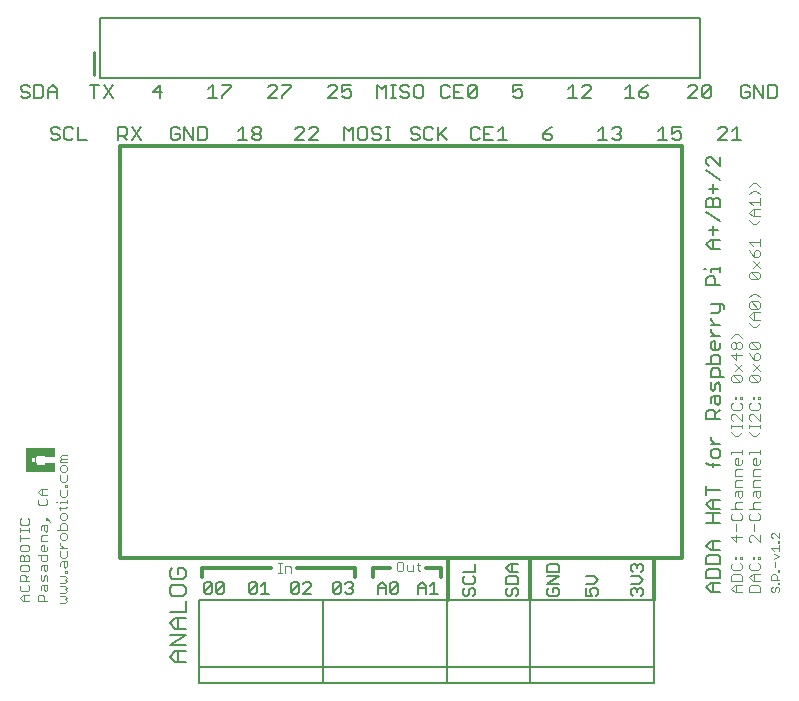
<source format=gto>
G75*
%MOIN*%
%OFA0B0*%
%FSLAX24Y24*%
%IPPOS*%
%LPD*%
%AMOC8*
5,1,8,0,0,1.08239X$1,22.5*
%
%ADD10C,0.0050*%
%ADD11C,0.0030*%
%ADD12C,0.0120*%
%ADD13C,0.0040*%
%ADD14C,0.0060*%
%ADD15C,0.0100*%
%ADD16C,0.0080*%
%ADD17C,0.0010*%
D10*
X006400Y003183D02*
X006667Y003450D01*
X006667Y003183D01*
X006600Y003116D01*
X006467Y003116D01*
X006400Y003183D01*
X006400Y003450D01*
X006467Y003517D01*
X006600Y003517D01*
X006667Y003450D01*
X006814Y003450D02*
X006881Y003517D01*
X007015Y003517D01*
X007081Y003450D01*
X006814Y003183D01*
X006881Y003116D01*
X007015Y003116D01*
X007081Y003183D01*
X007081Y003450D01*
X006814Y003450D02*
X006814Y003183D01*
X007900Y003183D02*
X008167Y003450D01*
X008167Y003183D01*
X008100Y003116D01*
X007967Y003116D01*
X007900Y003183D01*
X007900Y003450D01*
X007967Y003517D01*
X008100Y003517D01*
X008167Y003450D01*
X008314Y003383D02*
X008448Y003517D01*
X008448Y003116D01*
X008581Y003116D02*
X008314Y003116D01*
X009300Y003183D02*
X009567Y003450D01*
X009567Y003183D01*
X009500Y003116D01*
X009367Y003116D01*
X009300Y003183D01*
X009300Y003450D01*
X009367Y003517D01*
X009500Y003517D01*
X009567Y003450D01*
X009714Y003450D02*
X009781Y003517D01*
X009915Y003517D01*
X009981Y003450D01*
X009981Y003383D01*
X009714Y003116D01*
X009981Y003116D01*
X010700Y003183D02*
X010967Y003450D01*
X010967Y003183D01*
X010900Y003116D01*
X010767Y003116D01*
X010700Y003183D01*
X010700Y003450D01*
X010767Y003517D01*
X010900Y003517D01*
X010967Y003450D01*
X011114Y003450D02*
X011181Y003517D01*
X011315Y003517D01*
X011381Y003450D01*
X011381Y003383D01*
X011315Y003316D01*
X011381Y003250D01*
X011381Y003183D01*
X011315Y003116D01*
X011181Y003116D01*
X011114Y003183D01*
X011248Y003316D02*
X011315Y003316D01*
X012200Y003316D02*
X012467Y003316D01*
X012467Y003383D02*
X012467Y003116D01*
X012614Y003183D02*
X012881Y003450D01*
X012881Y003183D01*
X012815Y003116D01*
X012681Y003116D01*
X012614Y003183D01*
X012614Y003450D01*
X012681Y003517D01*
X012815Y003517D01*
X012881Y003450D01*
X012467Y003383D02*
X012333Y003517D01*
X012200Y003383D01*
X012200Y003116D01*
X013550Y003116D02*
X013550Y003383D01*
X013683Y003517D01*
X013817Y003383D01*
X013817Y003116D01*
X013964Y003116D02*
X014231Y003116D01*
X014098Y003116D02*
X014098Y003517D01*
X013964Y003383D01*
X013817Y003316D02*
X013550Y003316D01*
X015035Y003227D02*
X015035Y003094D01*
X015101Y003027D01*
X015168Y003027D01*
X015235Y003094D01*
X015235Y003227D01*
X015302Y003294D01*
X015368Y003294D01*
X015435Y003227D01*
X015435Y003094D01*
X015368Y003027D01*
X015101Y003294D02*
X015035Y003227D01*
X015101Y003441D02*
X015035Y003508D01*
X015035Y003641D01*
X015101Y003708D01*
X015035Y003856D02*
X015435Y003856D01*
X015435Y004122D01*
X015368Y003708D02*
X015435Y003641D01*
X015435Y003508D01*
X015368Y003441D01*
X015101Y003441D01*
X016485Y003441D02*
X016485Y003641D01*
X016551Y003708D01*
X016818Y003708D01*
X016885Y003641D01*
X016885Y003441D01*
X016485Y003441D01*
X016551Y003294D02*
X016485Y003227D01*
X016485Y003094D01*
X016551Y003027D01*
X016618Y003027D01*
X016685Y003094D01*
X016685Y003227D01*
X016752Y003294D01*
X016818Y003294D01*
X016885Y003227D01*
X016885Y003094D01*
X016818Y003027D01*
X016885Y003856D02*
X016618Y003856D01*
X016485Y003989D01*
X016618Y004122D01*
X016885Y004122D01*
X016685Y004122D02*
X016685Y003856D01*
X017835Y003856D02*
X017835Y004056D01*
X017901Y004122D01*
X018168Y004122D01*
X018235Y004056D01*
X018235Y003856D01*
X017835Y003856D01*
X017835Y003708D02*
X018235Y003708D01*
X017835Y003441D01*
X018235Y003441D01*
X018168Y003294D02*
X018035Y003294D01*
X018035Y003160D01*
X018168Y003027D02*
X018235Y003094D01*
X018235Y003227D01*
X018168Y003294D01*
X017901Y003294D02*
X017835Y003227D01*
X017835Y003094D01*
X017901Y003027D01*
X018168Y003027D01*
X019160Y003027D02*
X019360Y003027D01*
X019293Y003160D01*
X019293Y003227D01*
X019360Y003294D01*
X019493Y003294D01*
X019560Y003227D01*
X019560Y003094D01*
X019493Y003027D01*
X019160Y003027D02*
X019160Y003294D01*
X019160Y003441D02*
X019427Y003441D01*
X019560Y003575D01*
X019427Y003708D01*
X019160Y003708D01*
X020635Y003708D02*
X020902Y003708D01*
X021035Y003575D01*
X020902Y003441D01*
X020635Y003441D01*
X020701Y003294D02*
X020768Y003294D01*
X020835Y003227D01*
X020902Y003294D01*
X020968Y003294D01*
X021035Y003227D01*
X021035Y003094D01*
X020968Y003027D01*
X020835Y003160D02*
X020835Y003227D01*
X020701Y003294D02*
X020635Y003227D01*
X020635Y003094D01*
X020701Y003027D01*
X020701Y003856D02*
X020635Y003922D01*
X020635Y004056D01*
X020701Y004122D01*
X020768Y004122D01*
X020835Y004056D01*
X020902Y004122D01*
X020968Y004122D01*
X021035Y004056D01*
X021035Y003922D01*
X020968Y003856D01*
X020835Y003989D02*
X020835Y004056D01*
X023163Y004112D02*
X023163Y004337D01*
X023238Y004412D01*
X023538Y004412D01*
X023613Y004337D01*
X023613Y004112D01*
X023163Y004112D01*
X023238Y003952D02*
X023163Y003877D01*
X023163Y003652D01*
X023613Y003652D01*
X023613Y003877D01*
X023538Y003952D01*
X023238Y003952D01*
X023313Y003492D02*
X023613Y003492D01*
X023388Y003492D02*
X023388Y003191D01*
X023313Y003191D02*
X023613Y003191D01*
X023313Y003191D02*
X023163Y003342D01*
X023313Y003492D01*
X023313Y004573D02*
X023163Y004723D01*
X023313Y004873D01*
X023613Y004873D01*
X023388Y004873D02*
X023388Y004573D01*
X023313Y004573D02*
X023613Y004573D01*
X023613Y005493D02*
X023163Y005493D01*
X023388Y005493D02*
X023388Y005794D01*
X023388Y005954D02*
X023388Y006254D01*
X023313Y006254D02*
X023613Y006254D01*
X023313Y006254D02*
X023163Y006104D01*
X023313Y005954D01*
X023613Y005954D01*
X023613Y005794D02*
X023163Y005794D01*
X023163Y006414D02*
X023163Y006714D01*
X023163Y006564D02*
X023613Y006564D01*
X023388Y007335D02*
X023388Y007485D01*
X023388Y007642D02*
X023313Y007717D01*
X023313Y007867D01*
X023388Y007942D01*
X023538Y007942D01*
X023613Y007867D01*
X023613Y007717D01*
X023538Y007642D01*
X023388Y007642D01*
X023163Y007485D02*
X023238Y007410D01*
X023613Y007410D01*
X023613Y008102D02*
X023313Y008102D01*
X023463Y008102D02*
X023313Y008252D01*
X023313Y008327D01*
X023163Y008946D02*
X023163Y009171D01*
X023238Y009247D01*
X023388Y009247D01*
X023463Y009171D01*
X023463Y008946D01*
X023613Y008946D02*
X023163Y008946D01*
X023463Y009096D02*
X023613Y009247D01*
X023538Y009407D02*
X023463Y009482D01*
X023463Y009707D01*
X023388Y009707D02*
X023613Y009707D01*
X023613Y009482D01*
X023538Y009407D01*
X023313Y009482D02*
X023313Y009632D01*
X023388Y009707D01*
X023388Y009867D02*
X023313Y009942D01*
X023313Y010167D01*
X023313Y010327D02*
X023313Y010553D01*
X023388Y010628D01*
X023538Y010628D01*
X023613Y010553D01*
X023613Y010327D01*
X023763Y010327D02*
X023313Y010327D01*
X023538Y010167D02*
X023463Y010092D01*
X023463Y009942D01*
X023388Y009867D01*
X023613Y009867D02*
X023613Y010092D01*
X023538Y010167D01*
X023613Y010788D02*
X023163Y010788D01*
X023313Y010788D02*
X023313Y011013D01*
X023388Y011088D01*
X023538Y011088D01*
X023613Y011013D01*
X023613Y010788D01*
X023538Y011248D02*
X023388Y011248D01*
X023313Y011323D01*
X023313Y011473D01*
X023388Y011549D01*
X023463Y011549D01*
X023463Y011248D01*
X023538Y011248D02*
X023613Y011323D01*
X023613Y011473D01*
X023613Y011709D02*
X023313Y011709D01*
X023313Y011859D02*
X023313Y011934D01*
X023313Y011859D02*
X023463Y011709D01*
X023463Y012092D02*
X023313Y012242D01*
X023313Y012318D01*
X023313Y012476D02*
X023538Y012476D01*
X023613Y012551D01*
X023613Y012776D01*
X023688Y012776D02*
X023313Y012776D01*
X023688Y012776D02*
X023763Y012701D01*
X023763Y012626D01*
X023613Y012092D02*
X023313Y012092D01*
X023163Y013397D02*
X023163Y013622D01*
X023238Y013697D01*
X023388Y013697D01*
X023463Y013622D01*
X023463Y013397D01*
X023613Y013397D02*
X023163Y013397D01*
X023313Y013857D02*
X023313Y013932D01*
X023613Y013932D01*
X023613Y013857D02*
X023613Y014007D01*
X023163Y013932D02*
X023088Y013932D01*
X023313Y014624D02*
X023163Y014775D01*
X023313Y014925D01*
X023613Y014925D01*
X023388Y014925D02*
X023388Y014624D01*
X023313Y014624D02*
X023613Y014624D01*
X023388Y015085D02*
X023388Y015385D01*
X023238Y015235D02*
X023538Y015235D01*
X023613Y015545D02*
X023163Y015846D01*
X023163Y016006D02*
X023163Y016231D01*
X023238Y016306D01*
X023313Y016306D01*
X023388Y016231D01*
X023388Y016006D01*
X023388Y016231D02*
X023463Y016306D01*
X023538Y016306D01*
X023613Y016231D01*
X023613Y016006D01*
X023163Y016006D01*
X023388Y016466D02*
X023388Y016766D01*
X023238Y016616D02*
X023538Y016616D01*
X023613Y016926D02*
X023163Y017227D01*
X023238Y017387D02*
X023163Y017462D01*
X023163Y017612D01*
X023238Y017687D01*
X023313Y017687D01*
X023613Y017387D01*
X023613Y017687D01*
X023564Y018227D02*
X023864Y018527D01*
X023864Y018602D01*
X023789Y018677D01*
X023639Y018677D01*
X023564Y018602D01*
X023564Y018227D02*
X023864Y018227D01*
X024025Y018227D02*
X024325Y018227D01*
X024175Y018227D02*
X024175Y018677D01*
X024025Y018527D01*
X024379Y019627D02*
X024529Y019627D01*
X024604Y019702D01*
X024604Y019852D01*
X024454Y019852D01*
X024604Y020002D02*
X024529Y020077D01*
X024379Y020077D01*
X024304Y020002D01*
X024304Y019702D01*
X024379Y019627D01*
X024764Y019627D02*
X024764Y020077D01*
X025064Y019627D01*
X025064Y020077D01*
X025225Y020077D02*
X025450Y020077D01*
X025525Y020002D01*
X025525Y019702D01*
X025450Y019627D01*
X025225Y019627D01*
X025225Y020077D01*
X023325Y020002D02*
X023325Y019702D01*
X023250Y019627D01*
X023100Y019627D01*
X023025Y019702D01*
X023325Y020002D01*
X023250Y020077D01*
X023100Y020077D01*
X023025Y020002D01*
X023025Y019702D01*
X022864Y019627D02*
X022564Y019627D01*
X022864Y019927D01*
X022864Y020002D01*
X022789Y020077D01*
X022639Y020077D01*
X022564Y020002D01*
X021225Y020077D02*
X021075Y020002D01*
X020925Y019852D01*
X021150Y019852D01*
X021225Y019777D01*
X021225Y019702D01*
X021150Y019627D01*
X021000Y019627D01*
X020925Y019702D01*
X020925Y019852D01*
X020764Y019627D02*
X020464Y019627D01*
X020614Y019627D02*
X020614Y020077D01*
X020464Y019927D01*
X019325Y019927D02*
X019325Y020002D01*
X019250Y020077D01*
X019100Y020077D01*
X019025Y020002D01*
X019325Y019927D02*
X019025Y019627D01*
X019325Y019627D01*
X018864Y019627D02*
X018564Y019627D01*
X018714Y019627D02*
X018714Y020077D01*
X018564Y019927D01*
X018025Y018677D02*
X017875Y018602D01*
X017725Y018452D01*
X017950Y018452D01*
X018025Y018377D01*
X018025Y018302D01*
X017950Y018227D01*
X017800Y018227D01*
X017725Y018302D01*
X017725Y018452D01*
X016525Y018227D02*
X016225Y018227D01*
X016375Y018227D02*
X016375Y018677D01*
X016225Y018527D01*
X016064Y018677D02*
X015764Y018677D01*
X015764Y018227D01*
X016064Y018227D01*
X015914Y018452D02*
X015764Y018452D01*
X015604Y018302D02*
X015529Y018227D01*
X015379Y018227D01*
X015304Y018302D01*
X015304Y018602D01*
X015379Y018677D01*
X015529Y018677D01*
X015604Y018602D01*
X015450Y019627D02*
X015300Y019627D01*
X015225Y019702D01*
X015525Y020002D01*
X015525Y019702D01*
X015450Y019627D01*
X015225Y019702D02*
X015225Y020002D01*
X015300Y020077D01*
X015450Y020077D01*
X015525Y020002D01*
X015064Y020077D02*
X014764Y020077D01*
X014764Y019627D01*
X015064Y019627D01*
X014914Y019852D02*
X014764Y019852D01*
X014604Y019702D02*
X014529Y019627D01*
X014379Y019627D01*
X014304Y019702D01*
X014304Y020002D01*
X014379Y020077D01*
X014529Y020077D01*
X014604Y020002D01*
X013725Y020002D02*
X013725Y019702D01*
X013650Y019627D01*
X013500Y019627D01*
X013425Y019702D01*
X013425Y020002D01*
X013500Y020077D01*
X013650Y020077D01*
X013725Y020002D01*
X013264Y020002D02*
X013189Y020077D01*
X013039Y020077D01*
X012964Y020002D01*
X012964Y019927D01*
X013039Y019852D01*
X013189Y019852D01*
X013264Y019777D01*
X013264Y019702D01*
X013189Y019627D01*
X013039Y019627D01*
X012964Y019702D01*
X012807Y019627D02*
X012657Y019627D01*
X012732Y019627D02*
X012732Y020077D01*
X012657Y020077D02*
X012807Y020077D01*
X012497Y020077D02*
X012497Y019627D01*
X012197Y019627D02*
X012197Y020077D01*
X012347Y019927D01*
X012497Y020077D01*
X011325Y020077D02*
X011025Y020077D01*
X011025Y019852D01*
X011175Y019927D01*
X011250Y019927D01*
X011325Y019852D01*
X011325Y019702D01*
X011250Y019627D01*
X011100Y019627D01*
X011025Y019702D01*
X010864Y019627D02*
X010564Y019627D01*
X010864Y019927D01*
X010864Y020002D01*
X010789Y020077D01*
X010639Y020077D01*
X010564Y020002D01*
X009325Y020002D02*
X009025Y019702D01*
X009025Y019627D01*
X008864Y019627D02*
X008564Y019627D01*
X008864Y019927D01*
X008864Y020002D01*
X008789Y020077D01*
X008639Y020077D01*
X008564Y020002D01*
X009025Y020077D02*
X009325Y020077D01*
X009325Y020002D01*
X009539Y018677D02*
X009464Y018602D01*
X009539Y018677D02*
X009689Y018677D01*
X009764Y018602D01*
X009764Y018527D01*
X009464Y018227D01*
X009764Y018227D01*
X009925Y018227D02*
X010225Y018527D01*
X010225Y018602D01*
X010150Y018677D01*
X010000Y018677D01*
X009925Y018602D01*
X009925Y018227D02*
X010225Y018227D01*
X011097Y018227D02*
X011097Y018677D01*
X011247Y018527D01*
X011397Y018677D01*
X011397Y018227D01*
X011557Y018302D02*
X011632Y018227D01*
X011782Y018227D01*
X011858Y018302D01*
X011858Y018602D01*
X011782Y018677D01*
X011632Y018677D01*
X011557Y018602D01*
X011557Y018302D01*
X012018Y018302D02*
X012093Y018227D01*
X012243Y018227D01*
X012318Y018302D01*
X012318Y018377D01*
X012243Y018452D01*
X012093Y018452D01*
X012018Y018527D01*
X012018Y018602D01*
X012093Y018677D01*
X012243Y018677D01*
X012318Y018602D01*
X012478Y018677D02*
X012628Y018677D01*
X012553Y018677D02*
X012553Y018227D01*
X012478Y018227D02*
X012628Y018227D01*
X013304Y018302D02*
X013379Y018227D01*
X013529Y018227D01*
X013604Y018302D01*
X013604Y018377D01*
X013529Y018452D01*
X013379Y018452D01*
X013304Y018527D01*
X013304Y018602D01*
X013379Y018677D01*
X013529Y018677D01*
X013604Y018602D01*
X013764Y018602D02*
X013764Y018302D01*
X013839Y018227D01*
X013989Y018227D01*
X014064Y018302D01*
X014225Y018377D02*
X014525Y018677D01*
X014225Y018677D02*
X014225Y018227D01*
X014300Y018452D02*
X014525Y018227D01*
X014064Y018602D02*
X013989Y018677D01*
X013839Y018677D01*
X013764Y018602D01*
X016725Y019702D02*
X016800Y019627D01*
X016950Y019627D01*
X017025Y019702D01*
X017025Y019852D01*
X016950Y019927D01*
X016875Y019927D01*
X016725Y019852D01*
X016725Y020077D01*
X017025Y020077D01*
X019564Y018527D02*
X019714Y018677D01*
X019714Y018227D01*
X019564Y018227D02*
X019864Y018227D01*
X020025Y018302D02*
X020100Y018227D01*
X020250Y018227D01*
X020325Y018302D01*
X020325Y018377D01*
X020250Y018452D01*
X020175Y018452D01*
X020250Y018452D02*
X020325Y018527D01*
X020325Y018602D01*
X020250Y018677D01*
X020100Y018677D01*
X020025Y018602D01*
X021564Y018527D02*
X021714Y018677D01*
X021714Y018227D01*
X021564Y018227D02*
X021864Y018227D01*
X022025Y018302D02*
X022100Y018227D01*
X022250Y018227D01*
X022325Y018302D01*
X022325Y018452D01*
X022250Y018527D01*
X022175Y018527D01*
X022025Y018452D01*
X022025Y018677D01*
X022325Y018677D01*
X008325Y018602D02*
X008325Y018527D01*
X008250Y018452D01*
X008100Y018452D01*
X008025Y018527D01*
X008025Y018602D01*
X008100Y018677D01*
X008250Y018677D01*
X008325Y018602D01*
X008250Y018452D02*
X008325Y018377D01*
X008325Y018302D01*
X008250Y018227D01*
X008100Y018227D01*
X008025Y018302D01*
X008025Y018377D01*
X008100Y018452D01*
X007864Y018227D02*
X007564Y018227D01*
X007714Y018227D02*
X007714Y018677D01*
X007564Y018527D01*
X006525Y018602D02*
X006525Y018302D01*
X006450Y018227D01*
X006225Y018227D01*
X006225Y018677D01*
X006450Y018677D01*
X006525Y018602D01*
X006064Y018677D02*
X006064Y018227D01*
X005764Y018677D01*
X005764Y018227D01*
X005604Y018302D02*
X005604Y018452D01*
X005454Y018452D01*
X005604Y018302D02*
X005529Y018227D01*
X005379Y018227D01*
X005304Y018302D01*
X005304Y018602D01*
X005379Y018677D01*
X005529Y018677D01*
X005604Y018602D01*
X004950Y019627D02*
X004950Y020077D01*
X004725Y019852D01*
X005025Y019852D01*
X004325Y018677D02*
X004025Y018227D01*
X003864Y018227D02*
X003714Y018377D01*
X003789Y018377D02*
X003564Y018377D01*
X003564Y018227D02*
X003564Y018677D01*
X003789Y018677D01*
X003864Y018602D01*
X003864Y018452D01*
X003789Y018377D01*
X004025Y018677D02*
X004325Y018227D01*
X003375Y019627D02*
X003075Y020077D01*
X002914Y020077D02*
X002614Y020077D01*
X002764Y020077D02*
X002764Y019627D01*
X003075Y019627D02*
X003375Y020077D01*
X002225Y018677D02*
X002225Y018227D01*
X002525Y018227D01*
X002064Y018302D02*
X001989Y018227D01*
X001839Y018227D01*
X001764Y018302D01*
X001764Y018602D01*
X001839Y018677D01*
X001989Y018677D01*
X002064Y018602D01*
X001604Y018602D02*
X001529Y018677D01*
X001379Y018677D01*
X001304Y018602D01*
X001304Y018527D01*
X001379Y018452D01*
X001529Y018452D01*
X001604Y018377D01*
X001604Y018302D01*
X001529Y018227D01*
X001379Y018227D01*
X001304Y018302D01*
X001225Y019627D02*
X001225Y019927D01*
X001375Y020077D01*
X001525Y019927D01*
X001525Y019627D01*
X001525Y019852D02*
X001225Y019852D01*
X001064Y019702D02*
X001064Y020002D01*
X000989Y020077D01*
X000764Y020077D01*
X000764Y019627D01*
X000989Y019627D01*
X001064Y019702D01*
X000604Y019702D02*
X000529Y019627D01*
X000379Y019627D01*
X000304Y019702D01*
X000379Y019852D02*
X000529Y019852D01*
X000604Y019777D01*
X000604Y019702D01*
X000379Y019852D02*
X000304Y019927D01*
X000304Y020002D01*
X000379Y020077D01*
X000529Y020077D01*
X000604Y020002D01*
X006564Y019927D02*
X006714Y020077D01*
X006714Y019627D01*
X006564Y019627D02*
X006864Y019627D01*
X007025Y019627D02*
X007025Y019702D01*
X007325Y020002D01*
X007325Y020077D01*
X007025Y020077D01*
D11*
X025325Y005097D02*
X025325Y005007D01*
X025370Y004962D01*
X025325Y005097D02*
X025370Y005142D01*
X025415Y005142D01*
X025595Y004962D01*
X025595Y005142D01*
X025595Y004869D02*
X025595Y004824D01*
X025550Y004824D01*
X025550Y004869D01*
X025595Y004869D01*
X025595Y004728D02*
X025595Y004548D01*
X025595Y004638D02*
X025325Y004638D01*
X025415Y004548D01*
X025415Y004452D02*
X025595Y004362D01*
X025415Y004272D01*
X025460Y004176D02*
X025460Y003996D01*
X025550Y003902D02*
X025595Y003902D01*
X025595Y003857D01*
X025550Y003857D01*
X025550Y003902D01*
X025460Y003761D02*
X025370Y003761D01*
X025325Y003716D01*
X025325Y003581D01*
X025595Y003581D01*
X025505Y003581D02*
X025505Y003716D01*
X025460Y003761D01*
X025550Y003488D02*
X025595Y003488D01*
X025595Y003443D01*
X025550Y003443D01*
X025550Y003488D01*
X025550Y003347D02*
X025595Y003302D01*
X025595Y003212D01*
X025550Y003167D01*
X025460Y003212D02*
X025460Y003302D01*
X025505Y003347D01*
X025550Y003347D01*
X025460Y003212D02*
X025415Y003167D01*
X025370Y003167D01*
X025325Y003212D01*
X025325Y003302D01*
X025370Y003347D01*
D12*
X022360Y004302D02*
X021410Y004302D01*
X021410Y002902D01*
X021410Y004302D02*
X014535Y004302D01*
X014535Y002902D01*
X014304Y003691D02*
X014304Y003991D01*
X013804Y003991D01*
X014535Y004302D02*
X003610Y004302D01*
X003610Y018052D01*
X022360Y018052D01*
X022360Y004302D01*
X017285Y004277D02*
X017285Y002902D01*
X012604Y003991D02*
X012054Y003991D01*
X012054Y003691D01*
X011454Y003691D02*
X011454Y003991D01*
X009504Y003991D01*
X008654Y003991D02*
X006354Y003991D01*
X006354Y003691D01*
D13*
X000376Y002872D02*
X000270Y002979D01*
X000376Y003085D01*
X000590Y003085D01*
X000537Y003203D02*
X000323Y003203D01*
X000270Y003257D01*
X000270Y003363D01*
X000323Y003417D01*
X000270Y003535D02*
X000270Y003695D01*
X000323Y003748D01*
X000430Y003748D01*
X000483Y003695D01*
X000483Y003535D01*
X000483Y003642D02*
X000590Y003748D01*
X000537Y003866D02*
X000590Y003920D01*
X000590Y004026D01*
X000537Y004080D01*
X000323Y004080D01*
X000270Y004026D01*
X000270Y003920D01*
X000323Y003866D01*
X000537Y003866D01*
X000590Y003535D02*
X000270Y003535D01*
X000537Y003417D02*
X000590Y003363D01*
X000590Y003257D01*
X000537Y003203D01*
X000430Y003085D02*
X000430Y002872D01*
X000376Y002872D02*
X000590Y002872D01*
X000870Y002872D02*
X000870Y003032D01*
X000923Y003085D01*
X001030Y003085D01*
X001083Y003032D01*
X001083Y002872D01*
X001190Y002872D02*
X000870Y002872D01*
X000976Y003257D02*
X000976Y003363D01*
X001030Y003417D01*
X001190Y003417D01*
X001190Y003257D01*
X001137Y003203D01*
X001083Y003257D01*
X001083Y003417D01*
X001030Y003535D02*
X000976Y003588D01*
X000976Y003748D01*
X001083Y003695D02*
X001083Y003588D01*
X001030Y003535D01*
X001190Y003535D02*
X001190Y003695D01*
X001137Y003748D01*
X001083Y003695D01*
X001137Y003866D02*
X001083Y003920D01*
X001083Y004080D01*
X001030Y004080D02*
X001190Y004080D01*
X001190Y003920D01*
X001137Y003866D01*
X000976Y003920D02*
X000976Y004026D01*
X001030Y004080D01*
X001030Y004198D02*
X000976Y004251D01*
X000976Y004411D01*
X000870Y004411D02*
X001190Y004411D01*
X001190Y004251D01*
X001137Y004198D01*
X001030Y004198D01*
X001030Y004529D02*
X000976Y004583D01*
X000976Y004689D01*
X001030Y004743D01*
X001083Y004743D01*
X001083Y004529D01*
X001030Y004529D02*
X001137Y004529D01*
X001190Y004583D01*
X001190Y004689D01*
X001190Y004861D02*
X000976Y004861D01*
X000976Y005021D01*
X001030Y005074D01*
X001190Y005074D01*
X001137Y005192D02*
X001083Y005246D01*
X001083Y005406D01*
X001030Y005406D02*
X001190Y005406D01*
X001190Y005246D01*
X001137Y005192D01*
X000976Y005246D02*
X000976Y005352D01*
X001030Y005406D01*
X001137Y005577D02*
X001190Y005577D01*
X001190Y005630D01*
X001137Y005630D01*
X001137Y005577D01*
X001190Y005630D02*
X001297Y005524D01*
X001626Y005413D02*
X001626Y005253D01*
X001520Y005253D02*
X001840Y005253D01*
X001840Y005413D01*
X001787Y005466D01*
X001680Y005466D01*
X001626Y005413D01*
X001680Y005584D02*
X001787Y005584D01*
X001840Y005638D01*
X001840Y005744D01*
X001787Y005798D01*
X001680Y005798D01*
X001626Y005744D01*
X001626Y005638D01*
X001680Y005584D01*
X001626Y005916D02*
X001626Y006022D01*
X001573Y005969D02*
X001787Y005969D01*
X001840Y006022D01*
X001840Y006137D02*
X001840Y006243D01*
X001840Y006190D02*
X001626Y006190D01*
X001626Y006137D01*
X001520Y006190D02*
X001466Y006190D01*
X001626Y006411D02*
X001680Y006358D01*
X001787Y006358D01*
X001840Y006411D01*
X001840Y006571D01*
X001840Y006689D02*
X001787Y006689D01*
X001787Y006742D01*
X001840Y006742D01*
X001840Y006689D01*
X001787Y006855D02*
X001840Y006908D01*
X001840Y007068D01*
X001787Y007186D02*
X001840Y007240D01*
X001840Y007346D01*
X001787Y007400D01*
X001680Y007400D01*
X001626Y007346D01*
X001626Y007240D01*
X001680Y007186D01*
X001787Y007186D01*
X001626Y007068D02*
X001626Y006908D01*
X001680Y006855D01*
X001787Y006855D01*
X001626Y006571D02*
X001626Y006411D01*
X001190Y006408D02*
X000976Y006408D01*
X000870Y006514D01*
X000976Y006621D01*
X001190Y006621D01*
X001030Y006621D02*
X001030Y006408D01*
X001137Y006290D02*
X001190Y006236D01*
X001190Y006130D01*
X001137Y006076D01*
X000923Y006076D01*
X000870Y006130D01*
X000870Y006236D01*
X000923Y006290D01*
X000537Y005627D02*
X000590Y005573D01*
X000590Y005467D01*
X000537Y005413D01*
X000323Y005413D01*
X000270Y005467D01*
X000270Y005573D01*
X000323Y005627D01*
X000270Y005299D02*
X000270Y005192D01*
X000270Y005246D02*
X000590Y005246D01*
X000590Y005299D02*
X000590Y005192D01*
X000590Y004967D02*
X000270Y004967D01*
X000270Y004861D02*
X000270Y005074D01*
X000323Y004743D02*
X000270Y004689D01*
X000270Y004583D01*
X000323Y004529D01*
X000537Y004529D01*
X000590Y004583D01*
X000590Y004689D01*
X000537Y004743D01*
X000323Y004743D01*
X000323Y004411D02*
X000376Y004411D01*
X000430Y004358D01*
X000430Y004198D01*
X000430Y004358D02*
X000483Y004411D01*
X000537Y004411D01*
X000590Y004358D01*
X000590Y004198D01*
X000270Y004198D01*
X000270Y004358D01*
X000323Y004411D01*
X001626Y004367D02*
X001680Y004313D01*
X001787Y004313D01*
X001840Y004367D01*
X001840Y004527D01*
X001840Y004645D02*
X001626Y004645D01*
X001626Y004752D02*
X001626Y004805D01*
X001626Y004752D02*
X001733Y004645D01*
X001626Y004527D02*
X001626Y004367D01*
X001680Y004196D02*
X001840Y004196D01*
X001840Y004035D01*
X001787Y003982D01*
X001733Y004035D01*
X001733Y004196D01*
X001680Y004196D02*
X001626Y004142D01*
X001626Y004035D01*
X001787Y003870D02*
X001840Y003870D01*
X001840Y003816D01*
X001787Y003816D01*
X001787Y003870D01*
X001787Y003698D02*
X001626Y003698D01*
X001787Y003698D02*
X001840Y003645D01*
X001787Y003592D01*
X001840Y003538D01*
X001787Y003485D01*
X001626Y003485D01*
X001626Y003367D02*
X001787Y003367D01*
X001840Y003313D01*
X001787Y003260D01*
X001840Y003207D01*
X001787Y003153D01*
X001626Y003153D01*
X001626Y003035D02*
X001787Y003035D01*
X001840Y002982D01*
X001787Y002929D01*
X001840Y002875D01*
X001787Y002822D01*
X001626Y002822D01*
X001680Y004921D02*
X001787Y004921D01*
X001840Y004975D01*
X001840Y005081D01*
X001787Y005135D01*
X001680Y005135D01*
X001626Y005081D01*
X001626Y004975D01*
X001680Y004921D01*
X001626Y007518D02*
X001626Y007571D01*
X001680Y007625D01*
X001626Y007678D01*
X001680Y007731D01*
X001840Y007731D01*
X001840Y007625D02*
X001680Y007625D01*
X001626Y007518D02*
X001840Y007518D01*
X008895Y004139D02*
X009001Y004139D01*
X008948Y004139D02*
X008948Y003819D01*
X008895Y003819D02*
X009001Y003819D01*
X009116Y003819D02*
X009116Y004032D01*
X009276Y004032D01*
X009329Y003979D01*
X009329Y003819D01*
X012845Y003922D02*
X012898Y003869D01*
X013005Y003869D01*
X013058Y003922D01*
X013058Y004136D01*
X013005Y004189D01*
X012898Y004189D01*
X012845Y004136D01*
X012845Y003922D01*
X013176Y003922D02*
X013229Y003869D01*
X013390Y003869D01*
X013390Y004082D01*
X013508Y004082D02*
X013614Y004082D01*
X013561Y004136D02*
X013561Y003922D01*
X013614Y003869D01*
X013176Y003922D02*
X013176Y004082D01*
X023980Y004089D02*
X023980Y003968D01*
X024040Y003908D01*
X024280Y003908D01*
X024340Y003968D01*
X024340Y004089D01*
X024280Y004149D01*
X024280Y004277D02*
X024340Y004277D01*
X024340Y004337D01*
X024280Y004337D01*
X024280Y004277D01*
X024160Y004277D02*
X024100Y004277D01*
X024100Y004337D01*
X024160Y004337D01*
X024160Y004277D01*
X024040Y004149D02*
X023980Y004089D01*
X024040Y003780D02*
X023980Y003720D01*
X023980Y003540D01*
X024340Y003540D01*
X024340Y003720D01*
X024280Y003780D01*
X024040Y003780D01*
X024100Y003412D02*
X024340Y003412D01*
X024160Y003412D02*
X024160Y003172D01*
X024100Y003172D02*
X024340Y003172D01*
X024580Y003172D02*
X024580Y003352D01*
X024640Y003412D01*
X024880Y003412D01*
X024940Y003352D01*
X024940Y003172D01*
X024580Y003172D01*
X024700Y003540D02*
X024580Y003660D01*
X024700Y003780D01*
X024940Y003780D01*
X024880Y003908D02*
X024940Y003968D01*
X024940Y004089D01*
X024880Y004149D01*
X024880Y004277D02*
X024940Y004277D01*
X024940Y004337D01*
X024880Y004337D01*
X024880Y004277D01*
X024760Y004277D02*
X024700Y004277D01*
X024700Y004337D01*
X024760Y004337D01*
X024760Y004277D01*
X024640Y004149D02*
X024580Y004089D01*
X024580Y003968D01*
X024640Y003908D01*
X024880Y003908D01*
X024760Y003780D02*
X024760Y003540D01*
X024700Y003540D02*
X024940Y003540D01*
X024100Y003412D02*
X023980Y003292D01*
X024100Y003172D01*
X024160Y004829D02*
X023980Y005009D01*
X024340Y005009D01*
X024160Y005069D02*
X024160Y004829D01*
X024160Y005198D02*
X024160Y005438D01*
X024040Y005566D02*
X024280Y005566D01*
X024340Y005626D01*
X024340Y005746D01*
X024280Y005806D01*
X024340Y005934D02*
X023980Y005934D01*
X024100Y005994D02*
X024100Y006114D01*
X024160Y006174D01*
X024340Y006174D01*
X024280Y006302D02*
X024220Y006363D01*
X024220Y006543D01*
X024160Y006543D02*
X024340Y006543D01*
X024340Y006363D01*
X024280Y006302D01*
X024100Y006363D02*
X024100Y006483D01*
X024160Y006543D01*
X024100Y006671D02*
X024100Y006851D01*
X024160Y006911D01*
X024340Y006911D01*
X024340Y007039D02*
X024100Y007039D01*
X024100Y007219D01*
X024160Y007279D01*
X024340Y007279D01*
X024280Y007407D02*
X024160Y007407D01*
X024100Y007467D01*
X024100Y007588D01*
X024160Y007648D01*
X024220Y007648D01*
X024220Y007407D01*
X024280Y007407D02*
X024340Y007467D01*
X024340Y007588D01*
X024340Y007776D02*
X024340Y007896D01*
X024340Y007836D02*
X023980Y007836D01*
X023980Y007776D01*
X024580Y007776D02*
X024580Y007836D01*
X024940Y007836D01*
X024940Y007776D02*
X024940Y007896D01*
X024820Y007648D02*
X024820Y007407D01*
X024880Y007407D02*
X024760Y007407D01*
X024700Y007467D01*
X024700Y007588D01*
X024760Y007648D01*
X024820Y007648D01*
X024940Y007588D02*
X024940Y007467D01*
X024880Y007407D01*
X024940Y007279D02*
X024760Y007279D01*
X024700Y007219D01*
X024700Y007039D01*
X024940Y007039D01*
X024940Y006911D02*
X024760Y006911D01*
X024700Y006851D01*
X024700Y006671D01*
X024940Y006671D01*
X024940Y006543D02*
X024760Y006543D01*
X024700Y006483D01*
X024700Y006363D01*
X024820Y006363D02*
X024820Y006543D01*
X024940Y006543D02*
X024940Y006363D01*
X024880Y006302D01*
X024820Y006363D01*
X024760Y006174D02*
X024940Y006174D01*
X024760Y006174D02*
X024700Y006114D01*
X024700Y005994D01*
X024760Y005934D01*
X024880Y005806D02*
X024940Y005746D01*
X024940Y005626D01*
X024880Y005566D01*
X024640Y005566D01*
X024580Y005626D01*
X024580Y005746D01*
X024640Y005806D01*
X024580Y005934D02*
X024940Y005934D01*
X024760Y005438D02*
X024760Y005198D01*
X024700Y005069D02*
X024640Y005069D01*
X024580Y005009D01*
X024580Y004889D01*
X024640Y004829D01*
X024700Y005069D02*
X024940Y004829D01*
X024940Y005069D01*
X024160Y005934D02*
X024100Y005994D01*
X024040Y005806D02*
X023980Y005746D01*
X023980Y005626D01*
X024040Y005566D01*
X024100Y006671D02*
X024340Y006671D01*
X024220Y008390D02*
X024100Y008390D01*
X023980Y008510D01*
X023980Y008635D02*
X023980Y008755D01*
X023980Y008695D02*
X024340Y008695D01*
X024340Y008635D02*
X024340Y008755D01*
X024340Y008881D02*
X024100Y009121D01*
X024040Y009121D01*
X023980Y009061D01*
X023980Y008941D01*
X024040Y008881D01*
X024340Y008881D02*
X024340Y009121D01*
X024280Y009249D02*
X024040Y009249D01*
X023980Y009309D01*
X023980Y009429D01*
X024040Y009489D01*
X024100Y009617D02*
X024160Y009617D01*
X024160Y009677D01*
X024100Y009677D01*
X024100Y009617D01*
X024280Y009617D02*
X024340Y009617D01*
X024340Y009677D01*
X024280Y009677D01*
X024280Y009617D01*
X024280Y009489D02*
X024340Y009429D01*
X024340Y009309D01*
X024280Y009249D01*
X024580Y009309D02*
X024580Y009429D01*
X024640Y009489D01*
X024700Y009617D02*
X024760Y009617D01*
X024760Y009677D01*
X024700Y009677D01*
X024700Y009617D01*
X024880Y009617D02*
X024940Y009617D01*
X024940Y009677D01*
X024880Y009677D01*
X024880Y009617D01*
X024880Y009489D02*
X024940Y009429D01*
X024940Y009309D01*
X024880Y009249D01*
X024640Y009249D01*
X024580Y009309D01*
X024640Y009121D02*
X024580Y009061D01*
X024580Y008941D01*
X024640Y008881D01*
X024580Y008755D02*
X024580Y008635D01*
X024580Y008695D02*
X024940Y008695D01*
X024940Y008635D02*
X024940Y008755D01*
X024940Y008881D02*
X024700Y009121D01*
X024640Y009121D01*
X024940Y009121D02*
X024940Y008881D01*
X024940Y008510D02*
X024820Y008390D01*
X024700Y008390D01*
X024580Y008510D01*
X024340Y008510D02*
X024220Y008390D01*
X024280Y010170D02*
X024040Y010170D01*
X023980Y010230D01*
X023980Y010350D01*
X024040Y010410D01*
X024280Y010170D01*
X024340Y010230D01*
X024340Y010350D01*
X024280Y010410D01*
X024040Y010410D01*
X024100Y010538D02*
X024340Y010778D01*
X024160Y010906D02*
X024160Y011147D01*
X024220Y011275D02*
X024160Y011335D01*
X024160Y011455D01*
X024220Y011515D01*
X024280Y011515D01*
X024340Y011455D01*
X024340Y011335D01*
X024280Y011275D01*
X024220Y011275D01*
X024160Y011335D02*
X024100Y011275D01*
X024040Y011275D01*
X023980Y011335D01*
X023980Y011455D01*
X024040Y011515D01*
X024100Y011515D01*
X024160Y011455D01*
X024340Y011643D02*
X024220Y011763D01*
X024100Y011763D01*
X023980Y011643D01*
X023980Y011087D02*
X024160Y010906D01*
X024100Y010778D02*
X024340Y010538D01*
X024580Y010350D02*
X024640Y010410D01*
X024880Y010170D01*
X024940Y010230D01*
X024940Y010350D01*
X024880Y010410D01*
X024640Y010410D01*
X024580Y010350D02*
X024580Y010230D01*
X024640Y010170D01*
X024880Y010170D01*
X024940Y010538D02*
X024700Y010778D01*
X024760Y010906D02*
X024760Y011087D01*
X024820Y011147D01*
X024880Y011147D01*
X024940Y011087D01*
X024940Y010966D01*
X024880Y010906D01*
X024760Y010906D01*
X024640Y011027D01*
X024580Y011147D01*
X024640Y011275D02*
X024580Y011335D01*
X024580Y011455D01*
X024640Y011515D01*
X024880Y011275D01*
X024940Y011335D01*
X024940Y011455D01*
X024880Y011515D01*
X024640Y011515D01*
X024640Y011275D02*
X024880Y011275D01*
X024940Y010778D02*
X024700Y010538D01*
X024340Y011087D02*
X023980Y011087D01*
X024700Y012011D02*
X024580Y012131D01*
X024700Y012011D02*
X024820Y012011D01*
X024940Y012131D01*
X024940Y012257D02*
X024700Y012257D01*
X024580Y012377D01*
X024700Y012497D01*
X024940Y012497D01*
X024880Y012625D02*
X024640Y012865D01*
X024880Y012865D01*
X024940Y012805D01*
X024940Y012685D01*
X024880Y012625D01*
X024640Y012625D01*
X024580Y012685D01*
X024580Y012805D01*
X024640Y012865D01*
X024580Y012994D02*
X024700Y013114D01*
X024820Y013114D01*
X024940Y012994D01*
X024760Y012497D02*
X024760Y012257D01*
X024880Y013607D02*
X024640Y013607D01*
X024580Y013667D01*
X024580Y013788D01*
X024640Y013848D01*
X024880Y013607D01*
X024940Y013667D01*
X024940Y013788D01*
X024880Y013848D01*
X024640Y013848D01*
X024700Y013976D02*
X024940Y014216D01*
X024880Y014344D02*
X024940Y014404D01*
X024940Y014524D01*
X024880Y014584D01*
X024820Y014584D01*
X024760Y014524D01*
X024760Y014344D01*
X024880Y014344D01*
X024760Y014344D02*
X024640Y014464D01*
X024580Y014584D01*
X024700Y014712D02*
X024580Y014832D01*
X024940Y014832D01*
X024940Y014712D02*
X024940Y014953D01*
X024820Y015449D02*
X024700Y015449D01*
X024580Y015569D01*
X024700Y015695D02*
X024580Y015815D01*
X024700Y015935D01*
X024940Y015935D01*
X024940Y016063D02*
X024940Y016303D01*
X024940Y016183D02*
X024580Y016183D01*
X024700Y016063D01*
X024760Y015935D02*
X024760Y015695D01*
X024700Y015695D02*
X024940Y015695D01*
X024940Y015569D02*
X024820Y015449D01*
X024940Y016431D02*
X024820Y016551D01*
X024700Y016551D01*
X024580Y016431D01*
X024580Y016677D02*
X024700Y016797D01*
X024820Y016797D01*
X024940Y016677D01*
X024700Y014216D02*
X024940Y013976D01*
D14*
X005813Y003875D02*
X005723Y003965D01*
X005543Y003965D01*
X005543Y003785D01*
X005363Y003965D02*
X005273Y003875D01*
X005273Y003694D01*
X005363Y003604D01*
X005723Y003604D01*
X005813Y003694D01*
X005813Y003875D01*
X005723Y003412D02*
X005363Y003412D01*
X005273Y003322D01*
X005273Y003142D01*
X005363Y003052D01*
X005723Y003052D01*
X005813Y003142D01*
X005813Y003322D01*
X005723Y003412D01*
X005813Y002860D02*
X005813Y002499D01*
X005273Y002499D01*
X005453Y002307D02*
X005273Y002127D01*
X005453Y001947D01*
X005813Y001947D01*
X005813Y001755D02*
X005273Y001755D01*
X005543Y001947D02*
X005543Y002307D01*
X005453Y002307D02*
X005813Y002307D01*
X005813Y001755D02*
X005273Y001395D01*
X005813Y001395D01*
X005813Y001202D02*
X005453Y001202D01*
X005273Y001022D01*
X005453Y000842D01*
X005813Y000842D01*
X005543Y000842D02*
X005543Y001202D01*
D15*
X002755Y020421D02*
X002755Y021171D01*
D16*
X002955Y020321D02*
X002955Y022321D01*
X022955Y022321D01*
X022955Y020321D01*
X002955Y020321D01*
X006262Y002896D02*
X010396Y002896D01*
X014530Y002896D01*
X017286Y002896D01*
X021420Y002896D01*
X021420Y000675D01*
X017286Y000675D01*
X017286Y000140D01*
X021420Y000140D01*
X021420Y000675D01*
X017286Y000675D02*
X017286Y000140D01*
X014530Y000140D01*
X014530Y000675D01*
X017286Y000675D01*
X017286Y002896D01*
X017286Y000675D01*
X014530Y000675D02*
X014530Y000140D01*
X010396Y000140D01*
X010396Y000675D01*
X014530Y000675D01*
X014530Y002896D01*
X014530Y000675D01*
X010396Y000675D02*
X010396Y000140D01*
X006262Y000140D01*
X006262Y000675D01*
X010396Y000675D01*
X010396Y002896D01*
X010396Y000675D01*
X006262Y000675D02*
X006262Y002896D01*
D17*
X001410Y007202D02*
X000482Y007202D01*
X000482Y007978D01*
X001412Y007978D01*
X001412Y007704D01*
X001138Y007704D01*
X001114Y007754D01*
X000830Y007754D01*
X000790Y007706D01*
X000790Y007676D01*
X000672Y007676D01*
X000650Y007654D01*
X000650Y007528D01*
X000676Y007500D01*
X000768Y007500D01*
X000768Y007478D01*
X000790Y007478D01*
X000790Y007500D01*
X000790Y007674D01*
X000774Y007674D01*
X000774Y007474D01*
X000792Y007474D01*
X000832Y007426D01*
X001114Y007426D01*
X001140Y007476D01*
X001410Y007476D01*
X001410Y007202D01*
X001410Y007206D02*
X000482Y007206D01*
X000482Y007214D02*
X001410Y007214D01*
X001410Y007223D02*
X000482Y007223D01*
X000482Y007231D02*
X001410Y007231D01*
X001410Y007240D02*
X000482Y007240D01*
X000482Y007248D02*
X001410Y007248D01*
X001410Y007257D02*
X000482Y007257D01*
X000482Y007265D02*
X001410Y007265D01*
X001410Y007274D02*
X000482Y007274D01*
X000482Y007282D02*
X001410Y007282D01*
X001410Y007291D02*
X000482Y007291D01*
X000482Y007299D02*
X001410Y007299D01*
X001410Y007308D02*
X000482Y007308D01*
X000482Y007316D02*
X001410Y007316D01*
X001410Y007325D02*
X000482Y007325D01*
X000482Y007333D02*
X001410Y007333D01*
X001410Y007342D02*
X000482Y007342D01*
X000482Y007350D02*
X001410Y007350D01*
X001410Y007359D02*
X000482Y007359D01*
X000482Y007367D02*
X001410Y007367D01*
X001410Y007376D02*
X000482Y007376D01*
X000482Y007384D02*
X001410Y007384D01*
X001410Y007393D02*
X000482Y007393D01*
X000482Y007401D02*
X001410Y007401D01*
X001410Y007410D02*
X000482Y007410D01*
X000482Y007418D02*
X001410Y007418D01*
X001410Y007427D02*
X001114Y007427D01*
X001119Y007435D02*
X001410Y007435D01*
X001410Y007444D02*
X001123Y007444D01*
X001128Y007452D02*
X001410Y007452D01*
X001410Y007461D02*
X001132Y007461D01*
X001136Y007469D02*
X001410Y007469D01*
X001412Y007707D02*
X001136Y007707D01*
X001132Y007716D02*
X001412Y007716D01*
X001412Y007724D02*
X001128Y007724D01*
X001124Y007733D02*
X001412Y007733D01*
X001412Y007741D02*
X001120Y007741D01*
X001116Y007750D02*
X001412Y007750D01*
X001412Y007758D02*
X000482Y007758D01*
X000482Y007750D02*
X000826Y007750D01*
X000819Y007741D02*
X000482Y007741D01*
X000482Y007733D02*
X000812Y007733D01*
X000805Y007724D02*
X000482Y007724D01*
X000482Y007716D02*
X000798Y007716D01*
X000791Y007707D02*
X000482Y007707D01*
X000482Y007699D02*
X000790Y007699D01*
X000790Y007690D02*
X000482Y007690D01*
X000482Y007682D02*
X000790Y007682D01*
X000790Y007673D02*
X000774Y007673D01*
X000774Y007665D02*
X000790Y007665D01*
X000790Y007656D02*
X000774Y007656D01*
X000774Y007648D02*
X000790Y007648D01*
X000790Y007639D02*
X000774Y007639D01*
X000774Y007631D02*
X000790Y007631D01*
X000790Y007622D02*
X000774Y007622D01*
X000774Y007614D02*
X000790Y007614D01*
X000790Y007605D02*
X000774Y007605D01*
X000774Y007597D02*
X000790Y007597D01*
X000790Y007588D02*
X000774Y007588D01*
X000774Y007580D02*
X000790Y007580D01*
X000790Y007571D02*
X000774Y007571D01*
X000774Y007563D02*
X000790Y007563D01*
X000790Y007554D02*
X000774Y007554D01*
X000774Y007546D02*
X000790Y007546D01*
X000790Y007537D02*
X000774Y007537D01*
X000774Y007529D02*
X000790Y007529D01*
X000790Y007520D02*
X000774Y007520D01*
X000774Y007512D02*
X000790Y007512D01*
X000790Y007503D02*
X000774Y007503D01*
X000774Y007495D02*
X000790Y007495D01*
X000790Y007486D02*
X000774Y007486D01*
X000768Y007486D02*
X000482Y007486D01*
X000482Y007478D02*
X000774Y007478D01*
X000768Y007495D02*
X000482Y007495D01*
X000482Y007503D02*
X000673Y007503D01*
X000665Y007512D02*
X000482Y007512D01*
X000482Y007520D02*
X000657Y007520D01*
X000650Y007529D02*
X000482Y007529D01*
X000482Y007537D02*
X000650Y007537D01*
X000650Y007546D02*
X000482Y007546D01*
X000482Y007554D02*
X000650Y007554D01*
X000650Y007563D02*
X000482Y007563D01*
X000482Y007571D02*
X000650Y007571D01*
X000650Y007580D02*
X000482Y007580D01*
X000482Y007588D02*
X000650Y007588D01*
X000650Y007597D02*
X000482Y007597D01*
X000482Y007605D02*
X000650Y007605D01*
X000650Y007614D02*
X000482Y007614D01*
X000482Y007622D02*
X000650Y007622D01*
X000650Y007631D02*
X000482Y007631D01*
X000482Y007639D02*
X000650Y007639D01*
X000650Y007648D02*
X000482Y007648D01*
X000482Y007656D02*
X000652Y007656D01*
X000661Y007665D02*
X000482Y007665D01*
X000482Y007673D02*
X000669Y007673D01*
X000482Y007767D02*
X001412Y007767D01*
X001412Y007775D02*
X000482Y007775D01*
X000482Y007784D02*
X001412Y007784D01*
X001412Y007792D02*
X000482Y007792D01*
X000482Y007801D02*
X001412Y007801D01*
X001412Y007809D02*
X000482Y007809D01*
X000482Y007818D02*
X001412Y007818D01*
X001412Y007826D02*
X000482Y007826D01*
X000482Y007835D02*
X001412Y007835D01*
X001412Y007843D02*
X000482Y007843D01*
X000482Y007852D02*
X001412Y007852D01*
X001412Y007860D02*
X000482Y007860D01*
X000482Y007869D02*
X001412Y007869D01*
X001412Y007877D02*
X000482Y007877D01*
X000482Y007886D02*
X001412Y007886D01*
X001412Y007894D02*
X000482Y007894D01*
X000482Y007903D02*
X001412Y007903D01*
X001412Y007911D02*
X000482Y007911D01*
X000482Y007920D02*
X001412Y007920D01*
X001412Y007928D02*
X000482Y007928D01*
X000482Y007937D02*
X001412Y007937D01*
X001412Y007945D02*
X000482Y007945D01*
X000482Y007954D02*
X001412Y007954D01*
X001412Y007962D02*
X000482Y007962D01*
X000482Y007971D02*
X001412Y007971D01*
X000803Y007461D02*
X000482Y007461D01*
X000482Y007469D02*
X000796Y007469D01*
X000810Y007452D02*
X000482Y007452D01*
X000482Y007444D02*
X000817Y007444D01*
X000824Y007435D02*
X000482Y007435D01*
X000482Y007427D02*
X000831Y007427D01*
M02*

</source>
